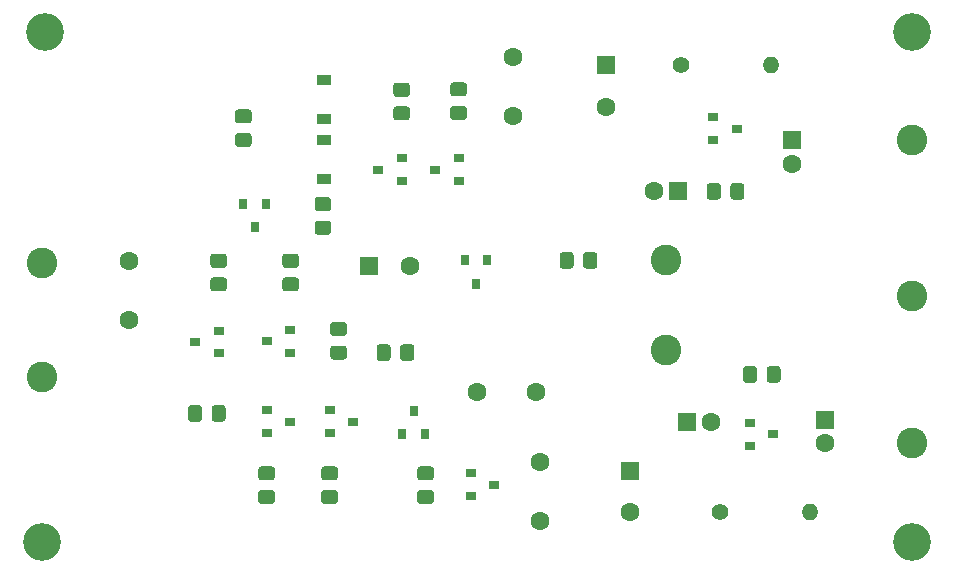
<source format=gbr>
G04 #@! TF.GenerationSoftware,KiCad,Pcbnew,(5.1.7-0-10_14)*
G04 #@! TF.CreationDate,2020-10-09T21:48:50+02:00*
G04 #@! TF.ProjectId,pre-amp-discret-v1,7072652d-616d-4702-9d64-697363726574,rev?*
G04 #@! TF.SameCoordinates,Original*
G04 #@! TF.FileFunction,Soldermask,Top*
G04 #@! TF.FilePolarity,Negative*
%FSLAX46Y46*%
G04 Gerber Fmt 4.6, Leading zero omitted, Abs format (unit mm)*
G04 Created by KiCad (PCBNEW (5.1.7-0-10_14)) date 2020-10-09 21:48:50*
%MOMM*%
%LPD*%
G01*
G04 APERTURE LIST*
%ADD10R,0.900000X0.800000*%
%ADD11O,1.400000X1.400000*%
%ADD12C,1.400000*%
%ADD13R,0.800000X0.900000*%
%ADD14C,2.600000*%
%ADD15C,3.200000*%
%ADD16R,1.200000X0.900000*%
%ADD17C,1.600000*%
%ADD18R,1.600000X1.600000*%
G04 APERTURE END LIST*
D10*
X156464000Y-112898000D03*
X156464000Y-110998000D03*
X154464000Y-111948000D03*
G36*
G01*
X139570000Y-132137999D02*
X139570000Y-133038001D01*
G75*
G02*
X139320001Y-133288000I-249999J0D01*
G01*
X138619999Y-133288000D01*
G75*
G02*
X138370000Y-133038001I0J249999D01*
G01*
X138370000Y-132137999D01*
G75*
G02*
X138619999Y-131888000I249999J0D01*
G01*
X139320001Y-131888000D01*
G75*
G02*
X139570000Y-132137999I0J-249999D01*
G01*
G37*
G36*
G01*
X141570000Y-132137999D02*
X141570000Y-133038001D01*
G75*
G02*
X141320001Y-133288000I-249999J0D01*
G01*
X140619999Y-133288000D01*
G75*
G02*
X140370000Y-133038001I0J249999D01*
G01*
X140370000Y-132137999D01*
G75*
G02*
X140619999Y-131888000I249999J0D01*
G01*
X141320001Y-131888000D01*
G75*
G02*
X141570000Y-132137999I0J-249999D01*
G01*
G37*
D11*
X191008000Y-140970000D03*
D12*
X183388000Y-140970000D03*
G36*
G01*
X187360000Y-129736001D02*
X187360000Y-128835999D01*
G75*
G02*
X187609999Y-128586000I249999J0D01*
G01*
X188310001Y-128586000D01*
G75*
G02*
X188560000Y-128835999I0J-249999D01*
G01*
X188560000Y-129736001D01*
G75*
G02*
X188310001Y-129986000I-249999J0D01*
G01*
X187609999Y-129986000D01*
G75*
G02*
X187360000Y-129736001I0J249999D01*
G01*
G37*
G36*
G01*
X185360000Y-129736001D02*
X185360000Y-128835999D01*
G75*
G02*
X185609999Y-128586000I249999J0D01*
G01*
X186310001Y-128586000D01*
G75*
G02*
X186560000Y-128835999I0J-249999D01*
G01*
X186560000Y-129736001D01*
G75*
G02*
X186310001Y-129986000I-249999J0D01*
G01*
X185609999Y-129986000D01*
G75*
G02*
X185360000Y-129736001I0J249999D01*
G01*
G37*
D11*
X187706000Y-103124000D03*
D12*
X180086000Y-103124000D03*
G36*
G01*
X184296000Y-114242001D02*
X184296000Y-113341999D01*
G75*
G02*
X184545999Y-113092000I249999J0D01*
G01*
X185246001Y-113092000D01*
G75*
G02*
X185496000Y-113341999I0J-249999D01*
G01*
X185496000Y-114242001D01*
G75*
G02*
X185246001Y-114492000I-249999J0D01*
G01*
X184545999Y-114492000D01*
G75*
G02*
X184296000Y-114242001I0J249999D01*
G01*
G37*
G36*
G01*
X182296000Y-114242001D02*
X182296000Y-113341999D01*
G75*
G02*
X182545999Y-113092000I249999J0D01*
G01*
X183246001Y-113092000D01*
G75*
G02*
X183496000Y-113341999I0J-249999D01*
G01*
X183496000Y-114242001D01*
G75*
G02*
X183246001Y-114492000I-249999J0D01*
G01*
X182545999Y-114492000D01*
G75*
G02*
X182296000Y-114242001I0J249999D01*
G01*
G37*
G36*
G01*
X171034000Y-119183999D02*
X171034000Y-120084001D01*
G75*
G02*
X170784001Y-120334000I-249999J0D01*
G01*
X170083999Y-120334000D01*
G75*
G02*
X169834000Y-120084001I0J249999D01*
G01*
X169834000Y-119183999D01*
G75*
G02*
X170083999Y-118934000I249999J0D01*
G01*
X170784001Y-118934000D01*
G75*
G02*
X171034000Y-119183999I0J-249999D01*
G01*
G37*
G36*
G01*
X173034000Y-119183999D02*
X173034000Y-120084001D01*
G75*
G02*
X172784001Y-120334000I-249999J0D01*
G01*
X172083999Y-120334000D01*
G75*
G02*
X171834000Y-120084001I0J249999D01*
G01*
X171834000Y-119183999D01*
G75*
G02*
X172083999Y-118934000I249999J0D01*
G01*
X172784001Y-118934000D01*
G75*
G02*
X173034000Y-119183999I0J-249999D01*
G01*
G37*
G36*
G01*
X156013999Y-106588000D02*
X156914001Y-106588000D01*
G75*
G02*
X157164000Y-106837999I0J-249999D01*
G01*
X157164000Y-107538001D01*
G75*
G02*
X156914001Y-107788000I-249999J0D01*
G01*
X156013999Y-107788000D01*
G75*
G02*
X155764000Y-107538001I0J249999D01*
G01*
X155764000Y-106837999D01*
G75*
G02*
X156013999Y-106588000I249999J0D01*
G01*
G37*
G36*
G01*
X156013999Y-104588000D02*
X156914001Y-104588000D01*
G75*
G02*
X157164000Y-104837999I0J-249999D01*
G01*
X157164000Y-105538001D01*
G75*
G02*
X156914001Y-105788000I-249999J0D01*
G01*
X156013999Y-105788000D01*
G75*
G02*
X155764000Y-105538001I0J249999D01*
G01*
X155764000Y-104837999D01*
G75*
G02*
X156013999Y-104588000I249999J0D01*
G01*
G37*
G36*
G01*
X160839999Y-106556000D02*
X161740001Y-106556000D01*
G75*
G02*
X161990000Y-106805999I0J-249999D01*
G01*
X161990000Y-107506001D01*
G75*
G02*
X161740001Y-107756000I-249999J0D01*
G01*
X160839999Y-107756000D01*
G75*
G02*
X160590000Y-107506001I0J249999D01*
G01*
X160590000Y-106805999D01*
G75*
G02*
X160839999Y-106556000I249999J0D01*
G01*
G37*
G36*
G01*
X160839999Y-104556000D02*
X161740001Y-104556000D01*
G75*
G02*
X161990000Y-104805999I0J-249999D01*
G01*
X161990000Y-105506001D01*
G75*
G02*
X161740001Y-105756000I-249999J0D01*
G01*
X160839999Y-105756000D01*
G75*
G02*
X160590000Y-105506001I0J249999D01*
G01*
X160590000Y-104805999D01*
G75*
G02*
X160839999Y-104556000I249999J0D01*
G01*
G37*
G36*
G01*
X158045999Y-139068000D02*
X158946001Y-139068000D01*
G75*
G02*
X159196000Y-139317999I0J-249999D01*
G01*
X159196000Y-140018001D01*
G75*
G02*
X158946001Y-140268000I-249999J0D01*
G01*
X158045999Y-140268000D01*
G75*
G02*
X157796000Y-140018001I0J249999D01*
G01*
X157796000Y-139317999D01*
G75*
G02*
X158045999Y-139068000I249999J0D01*
G01*
G37*
G36*
G01*
X158045999Y-137068000D02*
X158946001Y-137068000D01*
G75*
G02*
X159196000Y-137317999I0J-249999D01*
G01*
X159196000Y-138018001D01*
G75*
G02*
X158946001Y-138268000I-249999J0D01*
G01*
X158045999Y-138268000D01*
G75*
G02*
X157796000Y-138018001I0J249999D01*
G01*
X157796000Y-137317999D01*
G75*
G02*
X158045999Y-137068000I249999J0D01*
G01*
G37*
G36*
G01*
X155540000Y-126994499D02*
X155540000Y-127894501D01*
G75*
G02*
X155290001Y-128144500I-249999J0D01*
G01*
X154589999Y-128144500D01*
G75*
G02*
X154340000Y-127894501I0J249999D01*
G01*
X154340000Y-126994499D01*
G75*
G02*
X154589999Y-126744500I249999J0D01*
G01*
X155290001Y-126744500D01*
G75*
G02*
X155540000Y-126994499I0J-249999D01*
G01*
G37*
G36*
G01*
X157540000Y-126994499D02*
X157540000Y-127894501D01*
G75*
G02*
X157290001Y-128144500I-249999J0D01*
G01*
X156589999Y-128144500D01*
G75*
G02*
X156340000Y-127894501I0J249999D01*
G01*
X156340000Y-126994499D01*
G75*
G02*
X156589999Y-126744500I249999J0D01*
G01*
X157290001Y-126744500D01*
G75*
G02*
X157540000Y-126994499I0J-249999D01*
G01*
G37*
G36*
G01*
X151580001Y-126044500D02*
X150679999Y-126044500D01*
G75*
G02*
X150430000Y-125794501I0J249999D01*
G01*
X150430000Y-125094499D01*
G75*
G02*
X150679999Y-124844500I249999J0D01*
G01*
X151580001Y-124844500D01*
G75*
G02*
X151830000Y-125094499I0J-249999D01*
G01*
X151830000Y-125794501D01*
G75*
G02*
X151580001Y-126044500I-249999J0D01*
G01*
G37*
G36*
G01*
X151580001Y-128044500D02*
X150679999Y-128044500D01*
G75*
G02*
X150430000Y-127794501I0J249999D01*
G01*
X150430000Y-127094499D01*
G75*
G02*
X150679999Y-126844500I249999J0D01*
G01*
X151580001Y-126844500D01*
G75*
G02*
X151830000Y-127094499I0J-249999D01*
G01*
X151830000Y-127794501D01*
G75*
G02*
X151580001Y-128044500I-249999J0D01*
G01*
G37*
G36*
G01*
X149346499Y-116271500D02*
X150246501Y-116271500D01*
G75*
G02*
X150496500Y-116521499I0J-249999D01*
G01*
X150496500Y-117221501D01*
G75*
G02*
X150246501Y-117471500I-249999J0D01*
G01*
X149346499Y-117471500D01*
G75*
G02*
X149096500Y-117221501I0J249999D01*
G01*
X149096500Y-116521499D01*
G75*
G02*
X149346499Y-116271500I249999J0D01*
G01*
G37*
G36*
G01*
X149346499Y-114271500D02*
X150246501Y-114271500D01*
G75*
G02*
X150496500Y-114521499I0J-249999D01*
G01*
X150496500Y-115221501D01*
G75*
G02*
X150246501Y-115471500I-249999J0D01*
G01*
X149346499Y-115471500D01*
G75*
G02*
X149096500Y-115221501I0J249999D01*
G01*
X149096500Y-114521499D01*
G75*
G02*
X149346499Y-114271500I249999J0D01*
G01*
G37*
G36*
G01*
X149917999Y-139068000D02*
X150818001Y-139068000D01*
G75*
G02*
X151068000Y-139317999I0J-249999D01*
G01*
X151068000Y-140018001D01*
G75*
G02*
X150818001Y-140268000I-249999J0D01*
G01*
X149917999Y-140268000D01*
G75*
G02*
X149668000Y-140018001I0J249999D01*
G01*
X149668000Y-139317999D01*
G75*
G02*
X149917999Y-139068000I249999J0D01*
G01*
G37*
G36*
G01*
X149917999Y-137068000D02*
X150818001Y-137068000D01*
G75*
G02*
X151068000Y-137317999I0J-249999D01*
G01*
X151068000Y-138018001D01*
G75*
G02*
X150818001Y-138268000I-249999J0D01*
G01*
X149917999Y-138268000D01*
G75*
G02*
X149668000Y-138018001I0J249999D01*
G01*
X149668000Y-137317999D01*
G75*
G02*
X149917999Y-137068000I249999J0D01*
G01*
G37*
G36*
G01*
X146615999Y-121066000D02*
X147516001Y-121066000D01*
G75*
G02*
X147766000Y-121315999I0J-249999D01*
G01*
X147766000Y-122016001D01*
G75*
G02*
X147516001Y-122266000I-249999J0D01*
G01*
X146615999Y-122266000D01*
G75*
G02*
X146366000Y-122016001I0J249999D01*
G01*
X146366000Y-121315999D01*
G75*
G02*
X146615999Y-121066000I249999J0D01*
G01*
G37*
G36*
G01*
X146615999Y-119066000D02*
X147516001Y-119066000D01*
G75*
G02*
X147766000Y-119315999I0J-249999D01*
G01*
X147766000Y-120016001D01*
G75*
G02*
X147516001Y-120266000I-249999J0D01*
G01*
X146615999Y-120266000D01*
G75*
G02*
X146366000Y-120016001I0J249999D01*
G01*
X146366000Y-119315999D01*
G75*
G02*
X146615999Y-119066000I249999J0D01*
G01*
G37*
G36*
G01*
X142615499Y-108842000D02*
X143515501Y-108842000D01*
G75*
G02*
X143765500Y-109091999I0J-249999D01*
G01*
X143765500Y-109792001D01*
G75*
G02*
X143515501Y-110042000I-249999J0D01*
G01*
X142615499Y-110042000D01*
G75*
G02*
X142365500Y-109792001I0J249999D01*
G01*
X142365500Y-109091999D01*
G75*
G02*
X142615499Y-108842000I249999J0D01*
G01*
G37*
G36*
G01*
X142615499Y-106842000D02*
X143515501Y-106842000D01*
G75*
G02*
X143765500Y-107091999I0J-249999D01*
G01*
X143765500Y-107792001D01*
G75*
G02*
X143515501Y-108042000I-249999J0D01*
G01*
X142615499Y-108042000D01*
G75*
G02*
X142365500Y-107792001I0J249999D01*
G01*
X142365500Y-107091999D01*
G75*
G02*
X142615499Y-106842000I249999J0D01*
G01*
G37*
G36*
G01*
X144583999Y-139068000D02*
X145484001Y-139068000D01*
G75*
G02*
X145734000Y-139317999I0J-249999D01*
G01*
X145734000Y-140018001D01*
G75*
G02*
X145484001Y-140268000I-249999J0D01*
G01*
X144583999Y-140268000D01*
G75*
G02*
X144334000Y-140018001I0J249999D01*
G01*
X144334000Y-139317999D01*
G75*
G02*
X144583999Y-139068000I249999J0D01*
G01*
G37*
G36*
G01*
X144583999Y-137068000D02*
X145484001Y-137068000D01*
G75*
G02*
X145734000Y-137317999I0J-249999D01*
G01*
X145734000Y-138018001D01*
G75*
G02*
X145484001Y-138268000I-249999J0D01*
G01*
X144583999Y-138268000D01*
G75*
G02*
X144334000Y-138018001I0J249999D01*
G01*
X144334000Y-137317999D01*
G75*
G02*
X144583999Y-137068000I249999J0D01*
G01*
G37*
G36*
G01*
X140519999Y-121066000D02*
X141420001Y-121066000D01*
G75*
G02*
X141670000Y-121315999I0J-249999D01*
G01*
X141670000Y-122016001D01*
G75*
G02*
X141420001Y-122266000I-249999J0D01*
G01*
X140519999Y-122266000D01*
G75*
G02*
X140270000Y-122016001I0J249999D01*
G01*
X140270000Y-121315999D01*
G75*
G02*
X140519999Y-121066000I249999J0D01*
G01*
G37*
G36*
G01*
X140519999Y-119066000D02*
X141420001Y-119066000D01*
G75*
G02*
X141670000Y-119315999I0J-249999D01*
G01*
X141670000Y-120016001D01*
G75*
G02*
X141420001Y-120266000I-249999J0D01*
G01*
X140519999Y-120266000D01*
G75*
G02*
X140270000Y-120016001I0J249999D01*
G01*
X140270000Y-119315999D01*
G75*
G02*
X140519999Y-119066000I249999J0D01*
G01*
G37*
D10*
X187944000Y-134366000D03*
X185944000Y-135316000D03*
X185944000Y-133416000D03*
X184830000Y-108474000D03*
X182830000Y-109424000D03*
X182830000Y-107524000D03*
D13*
X162748000Y-121634000D03*
X161798000Y-119634000D03*
X163698000Y-119634000D03*
D10*
X164306000Y-138618000D03*
X162306000Y-139568000D03*
X162306000Y-137668000D03*
X159290000Y-111948000D03*
X161290000Y-110998000D03*
X161290000Y-112898000D03*
D13*
X157480000Y-132350000D03*
X158430000Y-134350000D03*
X156530000Y-134350000D03*
D10*
X145050000Y-126492000D03*
X147050000Y-125542000D03*
X147050000Y-127442000D03*
X152368000Y-133284000D03*
X150368000Y-134234000D03*
X150368000Y-132334000D03*
D13*
X144018000Y-116840000D03*
X143068000Y-114840000D03*
X144968000Y-114840000D03*
D10*
X147034000Y-133284000D03*
X145034000Y-134234000D03*
X145034000Y-132334000D03*
X138970000Y-126558000D03*
X140970000Y-125608000D03*
X140970000Y-127508000D03*
D14*
X178816000Y-127254000D03*
X178816000Y-119634000D03*
X199644000Y-122682000D03*
X125984000Y-119888000D03*
X199644000Y-135128000D03*
X125984000Y-129540000D03*
X199644000Y-109474000D03*
D15*
X126238000Y-100330000D03*
X125984000Y-143510000D03*
X199644000Y-143510000D03*
X199644000Y-100330000D03*
D16*
X149860000Y-109476000D03*
X149860000Y-112776000D03*
X149860000Y-104396000D03*
X149860000Y-107696000D03*
D17*
X182626000Y-133350000D03*
D18*
X180626000Y-133350000D03*
D17*
X192278000Y-135128000D03*
D18*
X192278000Y-133128000D03*
D17*
X177832000Y-113792000D03*
D18*
X179832000Y-113792000D03*
D17*
X189484000Y-111474000D03*
D18*
X189484000Y-109474000D03*
D17*
X162814000Y-130810000D03*
X167814000Y-130810000D03*
X157170000Y-120142000D03*
D18*
X153670000Y-120142000D03*
D17*
X168148000Y-136732000D03*
X168148000Y-141732000D03*
X165862000Y-102442000D03*
X165862000Y-107442000D03*
X175768000Y-140970000D03*
D18*
X175768000Y-137470000D03*
D17*
X133350000Y-119714000D03*
X133350000Y-124714000D03*
X173736000Y-106624000D03*
D18*
X173736000Y-103124000D03*
M02*

</source>
